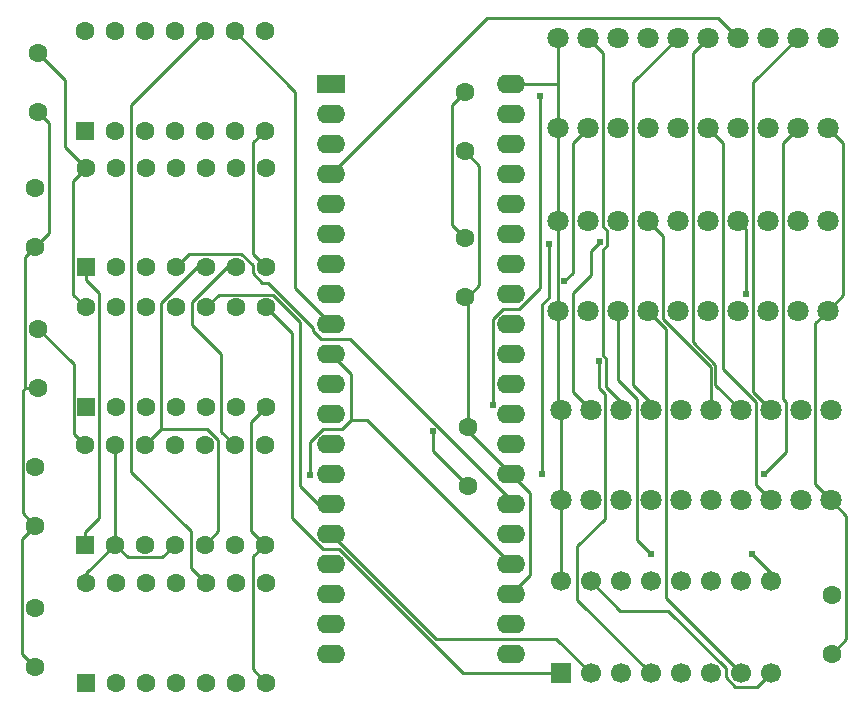
<source format=gbl>
G04 Layer: BottomLayer*
G04 EasyEDA v6.5.22, 2023-01-18 22:18:13*
G04 60aa5606712246c99b0a00d3d653f430,7be1179030e74d40a97a3c751b95adb4,10*
G04 Gerber Generator version 0.2*
G04 Scale: 100 percent, Rotated: No, Reflected: No *
G04 Dimensions in inches *
G04 leading zeros omitted , absolute positions ,3 integer and 6 decimal *
%FSLAX36Y36*%
%MOIN*%

%AMMACRO1*21,1,$1,$2,0,0,$3*%
%ADD10C,0.0100*%
%ADD11R,0.0630X0.0630*%
%ADD12C,0.0630*%
%ADD13MACRO1,0.0944X0.063X0.0000*%
%ADD14O,0.094488X0.06299199999999999*%
%ADD15C,0.0630*%
%ADD16C,0.0709*%
%ADD17R,0.0669X0.0669*%
%ADD18C,0.0669*%
%ADD19C,0.0240*%
%ADD20C,0.0155*%

%LPD*%
D10*
X1385699Y1867199D02*
G01*
X1385699Y2303600D01*
X1419300Y2337199D01*
X1419300Y1407199D02*
G01*
X1376700Y1449800D01*
X1376700Y1858099D01*
X1385699Y1867199D01*
X1429300Y1867199D02*
G01*
X1385699Y1867199D01*
X3005699Y1580000D02*
G01*
X2860000Y1725700D01*
X2860000Y1738400D01*
X3005699Y1180000D02*
G01*
X3068699Y1243000D01*
X3068699Y1516999D01*
X3005699Y1580000D01*
X1429300Y2787199D02*
G01*
X1466599Y2749899D01*
X1466599Y2384499D01*
X1419300Y2337199D01*
X2189300Y2270200D02*
G01*
X2144899Y2314600D01*
X2144899Y2685900D01*
X2184300Y2725200D01*
X2189300Y1805199D02*
G01*
X2137600Y1753600D01*
X2137600Y1391900D01*
X2184300Y1345199D01*
X2189300Y885199D02*
G01*
X2144899Y929600D01*
X2144899Y1305900D01*
X2184300Y1345199D01*
X2860000Y2171599D02*
G01*
X2850000Y2171599D01*
X2850000Y2656599D02*
G01*
X2898000Y2608600D01*
X2898000Y2209499D01*
X2860000Y2171599D01*
X2860000Y2171599D02*
G01*
X2860000Y1738400D01*
X3870000Y916500D02*
G01*
X3823599Y870000D01*
X3752500Y870000D01*
X3720000Y902600D01*
X3720000Y933400D01*
X3528000Y1125399D01*
X3368100Y1125399D01*
X3270000Y1223499D01*
X1419300Y937199D02*
G01*
X1375600Y980900D01*
X1375600Y1363499D01*
X1419300Y1407199D01*
X4060000Y2735000D02*
G01*
X4112500Y2682500D01*
X4112500Y2177500D01*
X4060000Y2125000D01*
X4070000Y1495000D02*
G01*
X4122700Y1442300D01*
X4122700Y1029299D01*
X4075000Y981599D01*
X4060000Y2125000D02*
G01*
X4019099Y2084099D01*
X4019099Y1545900D01*
X4070000Y1495000D01*
X2405699Y2080000D02*
G01*
X2284799Y2200900D01*
X2284799Y2855500D01*
X2084300Y3055900D01*
X1984300Y3055900D02*
G01*
X1739499Y2811199D01*
X1739499Y1588499D01*
X1936700Y1391399D01*
X1936700Y1268499D01*
X1989300Y1215900D01*
X2860000Y1541599D02*
G01*
X2743599Y1657899D01*
X2743599Y1723200D01*
X1589300Y2600900D02*
G01*
X1546199Y2557800D01*
X1546199Y2179099D01*
X1589300Y2135900D01*
X1589300Y2600900D02*
G01*
X1517899Y2672300D01*
X1517899Y2895399D01*
X1429300Y2984000D01*
X1429300Y2064000D02*
G01*
X1546700Y1946599D01*
X1546700Y1713499D01*
X1584300Y1675900D01*
X1684300Y1345199D02*
G01*
X1684300Y1675900D01*
X1884300Y1345199D02*
G01*
X1841499Y1302500D01*
X1727100Y1302500D01*
X1684300Y1345199D01*
X1589300Y1215900D02*
G01*
X1589300Y1250199D01*
X1684300Y1345199D01*
X2850000Y2853400D02*
G01*
X2807299Y2810700D01*
X2807299Y2411199D01*
X2850000Y2368400D01*
X3160000Y2880000D02*
G01*
X3160000Y3035000D01*
X3160000Y2735000D02*
G01*
X3160000Y2880000D01*
X3160000Y2880000D02*
G01*
X3005699Y2880000D01*
X3160000Y2425000D02*
G01*
X3160000Y2735000D01*
X3170000Y1795000D02*
G01*
X3160000Y1805000D01*
X3160000Y2125000D01*
X3170000Y1495000D02*
G01*
X3170000Y1795000D01*
X3170000Y1223499D02*
G01*
X3170000Y1495000D01*
X3160000Y2125000D02*
G01*
X3160000Y2425000D01*
X1589300Y2270200D02*
G01*
X1589300Y2227700D01*
X1584300Y1345199D02*
G01*
X1584300Y1387800D01*
X1584300Y1387800D02*
G01*
X1631899Y1435399D01*
X1631899Y2185100D01*
X1589300Y2227700D01*
X1839300Y1730900D02*
G01*
X1839300Y2150799D01*
X1958800Y2270200D01*
X1989300Y2270200D01*
X1784300Y1675900D02*
G01*
X1839300Y1730900D01*
X1984300Y1345199D02*
G01*
X2028900Y1389899D01*
X2028900Y1694299D01*
X1992200Y1730900D01*
X1839300Y1730900D01*
X2084300Y1675900D02*
G01*
X2039300Y1720900D01*
X2039300Y1980199D01*
X1941700Y2077800D01*
X1941700Y2155200D01*
X2056700Y2270200D01*
X2089300Y2270200D01*
X1889300Y2270200D02*
G01*
X1933000Y2314000D01*
X2105799Y2314000D01*
X2143699Y2276100D01*
X2143699Y2249400D01*
X2176000Y2216999D01*
X2194700Y2216999D01*
X2344700Y2066999D01*
X2344700Y2057800D01*
X2372500Y2030000D01*
X2469499Y2030000D01*
X3005699Y1493800D01*
X3005699Y1480000D01*
X3170000Y916399D02*
G01*
X2845200Y916399D01*
X2431700Y1330000D01*
X2378999Y1330000D01*
X2275000Y1433899D01*
X2275000Y2050199D01*
X2189300Y2135900D01*
X2405699Y1480000D02*
G01*
X2360000Y1480000D01*
X2300000Y1540000D01*
X2300000Y2089000D01*
X2210000Y2178899D01*
X2032299Y2178899D01*
X1989300Y2135900D01*
X2470699Y1760199D02*
G01*
X2440500Y1730000D01*
X2379200Y1730000D01*
X2336499Y1687300D01*
X2336499Y1575799D01*
X2405699Y1980000D02*
G01*
X2470699Y1915000D01*
X2470699Y1760199D01*
X3005699Y1280000D02*
G01*
X2525500Y1760199D01*
X2470699Y1760199D01*
X3760000Y3035000D02*
G01*
X3695600Y3099400D01*
X2925100Y3099400D01*
X2405699Y2580000D01*
X3260000Y2735000D02*
G01*
X3210000Y2685000D01*
X3210000Y2251100D01*
X3183199Y2224299D01*
X2945799Y1811300D02*
G01*
X2945799Y2097300D01*
X2978500Y2130000D01*
X3031899Y2130000D01*
X3102500Y2200599D01*
X3102500Y2840300D01*
X3960000Y2735000D02*
G01*
X3910000Y2685000D01*
X3910000Y1832199D01*
X3920000Y1822199D01*
X3920000Y1652500D01*
X3849399Y1581900D01*
X2405699Y1380000D02*
G01*
X2755699Y1030000D01*
X3156499Y1030000D01*
X3270000Y916500D01*
X3260000Y3035000D02*
G01*
X3310000Y2985000D01*
X3310000Y2405799D01*
X3325900Y2390000D01*
X3325900Y2342800D01*
X3310000Y2326900D01*
X3310000Y1976100D01*
X3320600Y1965500D01*
X3320600Y1871300D01*
X3370000Y1821900D01*
X3370000Y1795000D01*
X3560000Y3035000D02*
G01*
X3411899Y2886900D01*
X3411899Y1875799D01*
X3470000Y1817800D01*
X3470000Y1795000D01*
X3660000Y3035000D02*
G01*
X3610000Y2985000D01*
X3610000Y2020799D01*
X3686099Y1944699D01*
X3686099Y1878899D01*
X3770000Y1795000D01*
X3870000Y1795000D02*
G01*
X3812299Y1852699D01*
X3812299Y2887300D01*
X3960000Y3035000D01*
X3660000Y2735000D02*
G01*
X3710000Y2685000D01*
X3710000Y1932199D01*
X3820000Y1822199D01*
X3820000Y1545000D01*
X3870000Y1495000D01*
X3270000Y1795000D02*
G01*
X3211400Y1853600D01*
X3211400Y2182600D01*
X3272700Y2244000D01*
X3272700Y2323000D01*
X3302799Y2353000D01*
X3760000Y2425000D02*
G01*
X3788699Y2396300D01*
X3788699Y2180700D01*
X3670000Y1795000D02*
G01*
X3670000Y1937800D01*
X3510000Y2097800D01*
X3510000Y2375000D01*
X3460000Y2425000D01*
X3131300Y2347100D02*
G01*
X3131300Y2168400D01*
X3108999Y2146100D01*
X3108999Y1581500D01*
X3470000Y916500D02*
G01*
X3225399Y1160999D01*
X3225399Y1340799D01*
X3316700Y1432199D01*
X3316700Y1848299D01*
X3297500Y1867500D01*
X3297500Y1955900D01*
X3770000Y916500D02*
G01*
X3520000Y1166500D01*
X3520000Y2065000D01*
X3460000Y2125000D01*
X3870000Y1223499D02*
G01*
X3870000Y1252300D01*
X3809700Y1312600D01*
X3360000Y2125000D02*
G01*
X3360000Y1893600D01*
X3423500Y1830100D01*
X3423500Y1359699D01*
X3470600Y1312600D01*
D11*
G01*
X1584300Y2725250D03*
D12*
G01*
X1684300Y2725250D03*
G01*
X1984300Y2725250D03*
G01*
X2084300Y2725250D03*
G01*
X1784300Y2725250D03*
G01*
X1884300Y2725250D03*
G01*
X2184300Y2725250D03*
G01*
X2184300Y3055949D03*
G01*
X2084300Y3055949D03*
G01*
X1984300Y3055949D03*
G01*
X1884300Y3055949D03*
G01*
X1784300Y3055949D03*
G01*
X1684300Y3055949D03*
G01*
X1584300Y3055949D03*
D11*
G01*
X1589300Y2270250D03*
D12*
G01*
X1689300Y2270250D03*
G01*
X1989300Y2270250D03*
G01*
X2089300Y2270250D03*
G01*
X1789300Y2270250D03*
G01*
X1889300Y2270250D03*
G01*
X2189300Y2270250D03*
G01*
X2189300Y2600949D03*
G01*
X2089300Y2600949D03*
G01*
X1989300Y2600949D03*
G01*
X1889300Y2600949D03*
G01*
X1789300Y2600949D03*
G01*
X1689300Y2600949D03*
G01*
X1589300Y2600949D03*
D11*
G01*
X1589300Y1805250D03*
D12*
G01*
X1689300Y1805250D03*
G01*
X1989300Y1805250D03*
G01*
X2089300Y1805250D03*
G01*
X1789300Y1805250D03*
G01*
X1889300Y1805250D03*
G01*
X2189300Y1805250D03*
G01*
X2189300Y2135949D03*
G01*
X2089300Y2135949D03*
G01*
X1989300Y2135949D03*
G01*
X1889300Y2135949D03*
G01*
X1789300Y2135949D03*
G01*
X1689300Y2135949D03*
G01*
X1589300Y2135949D03*
D11*
G01*
X1584300Y1345250D03*
D12*
G01*
X1684300Y1345250D03*
G01*
X1984300Y1345250D03*
G01*
X2084300Y1345250D03*
G01*
X1784300Y1345250D03*
G01*
X1884300Y1345250D03*
G01*
X2184300Y1345250D03*
G01*
X2184300Y1675949D03*
G01*
X2084300Y1675949D03*
G01*
X1984300Y1675949D03*
G01*
X1884300Y1675949D03*
G01*
X1784300Y1675949D03*
G01*
X1684300Y1675949D03*
G01*
X1584300Y1675949D03*
D13*
G01*
X2405700Y2880000D03*
D14*
G01*
X3005699Y980000D03*
G01*
X2405699Y2780000D03*
G01*
X3005699Y1080000D03*
G01*
X2405699Y2680000D03*
G01*
X3005699Y1180000D03*
G01*
X2405699Y2580000D03*
G01*
X3005699Y1280000D03*
G01*
X2405699Y2480000D03*
G01*
X3005699Y1380000D03*
G01*
X2405699Y2380000D03*
G01*
X3005699Y1480000D03*
G01*
X2405699Y2280000D03*
G01*
X3005699Y1580000D03*
G01*
X2405699Y2180000D03*
G01*
X3005699Y1680000D03*
G01*
X2405699Y2080000D03*
G01*
X3005699Y1780000D03*
G01*
X2405699Y1980000D03*
G01*
X3005699Y1880000D03*
G01*
X2405699Y1880000D03*
G01*
X3005699Y1980000D03*
G01*
X2405699Y1780000D03*
G01*
X3005699Y2080000D03*
G01*
X2405699Y1680000D03*
G01*
X3005699Y2180000D03*
G01*
X2405699Y1580000D03*
G01*
X3005699Y2280000D03*
G01*
X2405699Y1480000D03*
G01*
X3005699Y2380000D03*
G01*
X2405699Y1380000D03*
G01*
X3005699Y2480000D03*
G01*
X2405699Y1280000D03*
G01*
X3005699Y2580000D03*
G01*
X2405699Y1180000D03*
G01*
X3005699Y2680000D03*
G01*
X2405699Y1080000D03*
G01*
X3005699Y2780000D03*
G01*
X2405699Y980000D03*
G01*
X3005699Y2880000D03*
D11*
G01*
X1589300Y885250D03*
D12*
G01*
X1689300Y885250D03*
G01*
X1989300Y885250D03*
G01*
X2089300Y885250D03*
G01*
X1789300Y885250D03*
G01*
X1889300Y885250D03*
G01*
X2189300Y885250D03*
G01*
X2189300Y1215949D03*
G01*
X2089300Y1215949D03*
G01*
X1989300Y1215949D03*
G01*
X1889300Y1215949D03*
G01*
X1789300Y1215949D03*
G01*
X1689300Y1215949D03*
G01*
X1589300Y1215949D03*
D15*
G01*
X2850000Y2656570D03*
G01*
X2850000Y2853420D03*
G01*
X2850000Y2171570D03*
G01*
X2850000Y2368420D03*
G01*
X2860000Y1738420D03*
G01*
X2860000Y1541570D03*
G01*
X4075000Y981570D03*
G01*
X4075000Y1178420D03*
G01*
X1429300Y2787170D03*
G01*
X1429300Y2984020D03*
G01*
X1419300Y2337170D03*
G01*
X1419300Y2534020D03*
G01*
X1429300Y1867170D03*
G01*
X1429300Y2064020D03*
G01*
X1419300Y1407170D03*
G01*
X1419300Y1604020D03*
G01*
X1419300Y937170D03*
G01*
X1419300Y1134020D03*
D16*
G01*
X3160000Y3035000D03*
G01*
X3260000Y3035000D03*
G01*
X3360000Y3035000D03*
G01*
X3460000Y3035000D03*
G01*
X3560000Y3035000D03*
G01*
X3660000Y3035000D03*
G01*
X3760000Y3035000D03*
G01*
X3860000Y3035000D03*
G01*
X3960000Y3035000D03*
G01*
X4060000Y3035000D03*
G01*
X4060000Y2735000D03*
G01*
X3960000Y2735000D03*
G01*
X3860000Y2735000D03*
G01*
X3760000Y2735000D03*
G01*
X3460000Y2735000D03*
G01*
X3360000Y2735000D03*
G01*
X3660000Y2735000D03*
G01*
X3560000Y2735000D03*
G01*
X3260000Y2735000D03*
G01*
X3160000Y2735000D03*
G01*
X3170000Y1795000D03*
G01*
X3270000Y1795000D03*
G01*
X3370000Y1795000D03*
G01*
X3470000Y1795000D03*
G01*
X3570000Y1795000D03*
G01*
X3670000Y1795000D03*
G01*
X3770000Y1795000D03*
G01*
X3870000Y1795000D03*
G01*
X3970000Y1795000D03*
G01*
X4070000Y1795000D03*
G01*
X4070000Y1495000D03*
G01*
X3970000Y1495000D03*
G01*
X3870000Y1495000D03*
G01*
X3770000Y1495000D03*
G01*
X3470000Y1495000D03*
G01*
X3370000Y1495000D03*
G01*
X3670000Y1495000D03*
G01*
X3570000Y1495000D03*
G01*
X3270000Y1495000D03*
G01*
X3170000Y1495000D03*
G01*
X3160000Y2425000D03*
G01*
X3260000Y2425000D03*
G01*
X3360000Y2425000D03*
G01*
X3460000Y2425000D03*
G01*
X3560000Y2425000D03*
G01*
X3660000Y2425000D03*
G01*
X3760000Y2425000D03*
G01*
X3860000Y2425000D03*
G01*
X3960000Y2425000D03*
G01*
X4060000Y2425000D03*
G01*
X4060000Y2125000D03*
G01*
X3960000Y2125000D03*
G01*
X3860000Y2125000D03*
G01*
X3760000Y2125000D03*
G01*
X3460000Y2125000D03*
G01*
X3360000Y2125000D03*
G01*
X3660000Y2125000D03*
G01*
X3560000Y2125000D03*
G01*
X3260000Y2125000D03*
G01*
X3160000Y2125000D03*
D17*
G01*
X3170000Y916460D03*
D18*
G01*
X3270000Y916460D03*
G01*
X3770000Y916460D03*
G01*
X3870000Y916460D03*
G01*
X3370000Y916460D03*
G01*
X3470000Y916460D03*
G01*
X3670000Y916460D03*
G01*
X3570000Y916460D03*
G01*
X3870000Y1223539D03*
G01*
X3770000Y1223539D03*
G01*
X3670000Y1223539D03*
G01*
X3570000Y1223539D03*
G01*
X3470000Y1223539D03*
G01*
X3370000Y1223539D03*
G01*
X3270000Y1223539D03*
G01*
X3170000Y1223539D03*
D19*
G01*
X3809700Y1312600D03*
G01*
X3470600Y1312600D03*
G01*
X3297500Y1955900D03*
G01*
X3131300Y2347100D03*
G01*
X3108999Y1581500D03*
G01*
X3788699Y2180700D03*
G01*
X3302799Y2353000D03*
G01*
X3849399Y1581900D03*
G01*
X3102500Y2840300D03*
G01*
X2945799Y1811300D03*
G01*
X3183199Y2224299D03*
G01*
X2336499Y1575799D03*
G01*
X2743599Y1723200D03*
M02*

</source>
